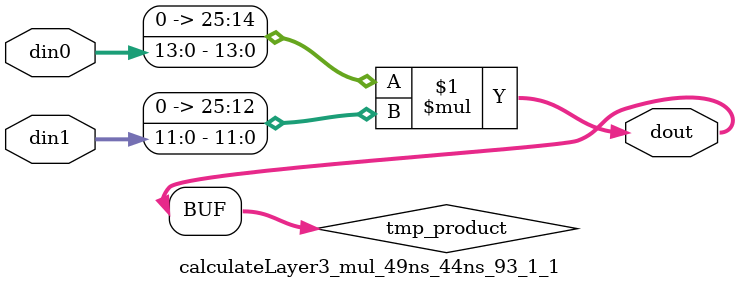
<source format=v>

`timescale 1 ns / 1 ps

  module calculateLayer3_mul_49ns_44ns_93_1_1(din0, din1, dout);
parameter ID = 1;
parameter NUM_STAGE = 0;
parameter din0_WIDTH = 14;
parameter din1_WIDTH = 12;
parameter dout_WIDTH = 26;

input [din0_WIDTH - 1 : 0] din0; 
input [din1_WIDTH - 1 : 0] din1; 
output [dout_WIDTH - 1 : 0] dout;

wire signed [dout_WIDTH - 1 : 0] tmp_product;










assign tmp_product = $signed({1'b0, din0}) * $signed({1'b0, din1});











assign dout = tmp_product;







endmodule

</source>
